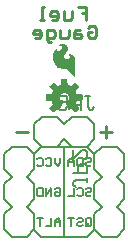
<source format=gbr>
G04 EAGLE Gerber RS-274X export*
G75*
%MOMM*%
%FSLAX34Y34*%
%LPD*%
%INSilkscreen Bottom*%
%IPPOS*%
%AMOC8*
5,1,8,0,0,1.08239X$1,22.5*%
G01*
%ADD10C,0.203200*%
%ADD11C,0.127000*%
%ADD12C,0.228600*%
%ADD13C,0.279400*%

G36*
X60120Y143656D02*
X60120Y143656D01*
X60228Y143666D01*
X60241Y143672D01*
X60255Y143674D01*
X60352Y143722D01*
X60451Y143767D01*
X60464Y143778D01*
X60473Y143782D01*
X60488Y143798D01*
X60565Y143860D01*
X63150Y146445D01*
X63213Y146534D01*
X63279Y146619D01*
X63284Y146632D01*
X63292Y146644D01*
X63323Y146747D01*
X63359Y146850D01*
X63359Y146864D01*
X63363Y146877D01*
X63359Y146985D01*
X63360Y147094D01*
X63355Y147107D01*
X63355Y147121D01*
X63317Y147223D01*
X63282Y147325D01*
X63273Y147340D01*
X63269Y147349D01*
X63255Y147366D01*
X63201Y147448D01*
X60437Y150838D01*
X60994Y151920D01*
X61000Y151940D01*
X61042Y152035D01*
X61413Y153194D01*
X65764Y153637D01*
X65868Y153665D01*
X65974Y153690D01*
X65986Y153697D01*
X65999Y153700D01*
X66089Y153761D01*
X66182Y153818D01*
X66190Y153829D01*
X66202Y153837D01*
X66268Y153923D01*
X66337Y154007D01*
X66341Y154020D01*
X66350Y154031D01*
X66384Y154134D01*
X66423Y154235D01*
X66424Y154253D01*
X66428Y154262D01*
X66428Y154284D01*
X66437Y154382D01*
X66437Y158038D01*
X66420Y158145D01*
X66406Y158253D01*
X66400Y158265D01*
X66398Y158279D01*
X66346Y158375D01*
X66299Y158472D01*
X66289Y158482D01*
X66283Y158494D01*
X66203Y158568D01*
X66127Y158645D01*
X66115Y158651D01*
X66105Y158661D01*
X66006Y158706D01*
X65909Y158754D01*
X65891Y158758D01*
X65882Y158762D01*
X65861Y158764D01*
X65764Y158783D01*
X61413Y159226D01*
X61042Y160385D01*
X61033Y160403D01*
X61031Y160410D01*
X61027Y160417D01*
X60994Y160500D01*
X60437Y161582D01*
X63201Y164972D01*
X63255Y165066D01*
X63312Y165158D01*
X63315Y165171D01*
X63322Y165183D01*
X63343Y165290D01*
X63368Y165395D01*
X63366Y165409D01*
X63369Y165423D01*
X63354Y165530D01*
X63344Y165638D01*
X63338Y165651D01*
X63336Y165665D01*
X63288Y165762D01*
X63243Y165861D01*
X63232Y165874D01*
X63228Y165883D01*
X63212Y165898D01*
X63150Y165975D01*
X60565Y168560D01*
X60476Y168623D01*
X60391Y168689D01*
X60378Y168694D01*
X60366Y168702D01*
X60263Y168733D01*
X60160Y168769D01*
X60146Y168769D01*
X60133Y168773D01*
X60025Y168769D01*
X59916Y168770D01*
X59903Y168765D01*
X59889Y168765D01*
X59787Y168727D01*
X59685Y168692D01*
X59670Y168683D01*
X59661Y168679D01*
X59644Y168665D01*
X59562Y168611D01*
X56172Y165847D01*
X55090Y166404D01*
X55070Y166410D01*
X54975Y166452D01*
X53816Y166823D01*
X53373Y171174D01*
X53345Y171278D01*
X53320Y171384D01*
X53313Y171396D01*
X53310Y171409D01*
X53249Y171499D01*
X53192Y171592D01*
X53181Y171600D01*
X53173Y171612D01*
X53087Y171678D01*
X53003Y171747D01*
X52990Y171751D01*
X52979Y171760D01*
X52876Y171794D01*
X52775Y171833D01*
X52757Y171834D01*
X52748Y171838D01*
X52726Y171838D01*
X52628Y171847D01*
X48972Y171847D01*
X48865Y171830D01*
X48757Y171816D01*
X48745Y171810D01*
X48731Y171808D01*
X48635Y171756D01*
X48538Y171709D01*
X48528Y171699D01*
X48516Y171693D01*
X48442Y171613D01*
X48365Y171537D01*
X48359Y171525D01*
X48349Y171515D01*
X48304Y171416D01*
X48256Y171319D01*
X48252Y171301D01*
X48248Y171292D01*
X48246Y171271D01*
X48227Y171174D01*
X47784Y166823D01*
X46625Y166452D01*
X46607Y166442D01*
X46510Y166404D01*
X45428Y165847D01*
X42038Y168611D01*
X41944Y168665D01*
X41852Y168722D01*
X41839Y168725D01*
X41827Y168732D01*
X41720Y168753D01*
X41615Y168778D01*
X41601Y168776D01*
X41587Y168779D01*
X41480Y168764D01*
X41372Y168754D01*
X41359Y168748D01*
X41346Y168746D01*
X41248Y168698D01*
X41149Y168653D01*
X41136Y168642D01*
X41127Y168638D01*
X41112Y168622D01*
X41035Y168560D01*
X38450Y165975D01*
X38387Y165886D01*
X38321Y165801D01*
X38316Y165788D01*
X38308Y165776D01*
X38277Y165673D01*
X38241Y165570D01*
X38241Y165556D01*
X38237Y165543D01*
X38241Y165435D01*
X38240Y165326D01*
X38245Y165313D01*
X38245Y165299D01*
X38283Y165197D01*
X38318Y165095D01*
X38327Y165080D01*
X38331Y165071D01*
X38345Y165054D01*
X38399Y164972D01*
X41163Y161582D01*
X40606Y160500D01*
X40600Y160480D01*
X40558Y160385D01*
X40187Y159226D01*
X35836Y158783D01*
X35732Y158755D01*
X35626Y158730D01*
X35614Y158723D01*
X35601Y158720D01*
X35511Y158659D01*
X35418Y158602D01*
X35410Y158591D01*
X35398Y158583D01*
X35332Y158497D01*
X35264Y158413D01*
X35259Y158400D01*
X35250Y158389D01*
X35216Y158286D01*
X35177Y158185D01*
X35176Y158167D01*
X35172Y158158D01*
X35173Y158136D01*
X35163Y158038D01*
X35163Y154382D01*
X35180Y154275D01*
X35194Y154167D01*
X35200Y154155D01*
X35202Y154141D01*
X35254Y154045D01*
X35301Y153948D01*
X35311Y153938D01*
X35317Y153926D01*
X35397Y153852D01*
X35473Y153775D01*
X35485Y153769D01*
X35496Y153759D01*
X35594Y153714D01*
X35691Y153666D01*
X35709Y153662D01*
X35718Y153658D01*
X35739Y153656D01*
X35836Y153637D01*
X40187Y153194D01*
X40558Y152035D01*
X40568Y152017D01*
X40606Y151920D01*
X41163Y150838D01*
X38399Y147448D01*
X38345Y147354D01*
X38288Y147262D01*
X38285Y147249D01*
X38278Y147237D01*
X38257Y147130D01*
X38232Y147025D01*
X38234Y147011D01*
X38231Y146997D01*
X38246Y146890D01*
X38256Y146782D01*
X38262Y146769D01*
X38264Y146756D01*
X38312Y146658D01*
X38357Y146559D01*
X38368Y146546D01*
X38372Y146537D01*
X38388Y146522D01*
X38450Y146445D01*
X41035Y143860D01*
X41124Y143797D01*
X41209Y143731D01*
X41222Y143726D01*
X41234Y143718D01*
X41337Y143687D01*
X41440Y143651D01*
X41454Y143651D01*
X41467Y143647D01*
X41575Y143651D01*
X41684Y143650D01*
X41697Y143655D01*
X41711Y143655D01*
X41813Y143693D01*
X41915Y143728D01*
X41930Y143737D01*
X41939Y143741D01*
X41956Y143755D01*
X42038Y143809D01*
X45428Y146573D01*
X46510Y146016D01*
X46563Y145999D01*
X46612Y145973D01*
X46678Y145962D01*
X46742Y145941D01*
X46798Y145942D01*
X46852Y145933D01*
X46919Y145944D01*
X46986Y145945D01*
X47038Y145963D01*
X47093Y145972D01*
X47153Y146004D01*
X47216Y146027D01*
X47259Y146061D01*
X47309Y146087D01*
X47355Y146136D01*
X47407Y146178D01*
X47438Y146225D01*
X47476Y146265D01*
X47532Y146370D01*
X47540Y146383D01*
X47541Y146388D01*
X47545Y146395D01*
X49698Y151592D01*
X49718Y151675D01*
X49723Y151688D01*
X49725Y151704D01*
X49750Y151789D01*
X49749Y151810D01*
X49754Y151830D01*
X49746Y151912D01*
X49747Y151931D01*
X49743Y151951D01*
X49739Y152032D01*
X49732Y152052D01*
X49730Y152073D01*
X49698Y152142D01*
X49692Y152169D01*
X49677Y152193D01*
X49651Y152260D01*
X49638Y152276D01*
X49629Y152295D01*
X49584Y152344D01*
X49564Y152376D01*
X49533Y152401D01*
X49495Y152447D01*
X49472Y152463D01*
X49462Y152473D01*
X49441Y152485D01*
X49376Y152530D01*
X49375Y152531D01*
X49374Y152532D01*
X48475Y153038D01*
X47788Y153682D01*
X47273Y154470D01*
X46961Y155358D01*
X46869Y156295D01*
X47002Y157227D01*
X47353Y158101D01*
X47902Y158866D01*
X48616Y159479D01*
X49456Y159904D01*
X50373Y160118D01*
X51314Y160108D01*
X52226Y159874D01*
X53056Y159431D01*
X53757Y158802D01*
X54289Y158025D01*
X54620Y157144D01*
X54733Y156209D01*
X54625Y155292D01*
X54305Y154424D01*
X53791Y153655D01*
X53112Y153028D01*
X52228Y152533D01*
X52186Y152500D01*
X52144Y152477D01*
X52113Y152444D01*
X52065Y152409D01*
X52053Y152393D01*
X52037Y152380D01*
X52002Y152325D01*
X51977Y152299D01*
X51964Y152269D01*
X51922Y152211D01*
X51916Y152192D01*
X51906Y152175D01*
X51887Y152100D01*
X51877Y152077D01*
X51874Y152053D01*
X51851Y151978D01*
X51852Y151958D01*
X51847Y151938D01*
X51854Y151852D01*
X51853Y151834D01*
X51856Y151818D01*
X51859Y151734D01*
X51867Y151709D01*
X51868Y151695D01*
X51878Y151673D01*
X51902Y151592D01*
X52831Y149349D01*
X52831Y149348D01*
X53762Y147101D01*
X53763Y147101D01*
X54055Y146395D01*
X54084Y146348D01*
X54105Y146296D01*
X54148Y146245D01*
X54184Y146188D01*
X54227Y146153D01*
X54263Y146110D01*
X54320Y146076D01*
X54372Y146033D01*
X54424Y146014D01*
X54472Y145985D01*
X54538Y145971D01*
X54601Y145947D01*
X54656Y145945D01*
X54710Y145934D01*
X54777Y145941D01*
X54844Y145939D01*
X54898Y145955D01*
X54953Y145962D01*
X55064Y146006D01*
X55078Y146010D01*
X55082Y146013D01*
X55090Y146016D01*
X56172Y146573D01*
X59562Y143809D01*
X59656Y143755D01*
X59748Y143698D01*
X59761Y143695D01*
X59773Y143688D01*
X59880Y143667D01*
X59985Y143642D01*
X59999Y143644D01*
X60013Y143641D01*
X60120Y143656D01*
G37*
G36*
X59734Y173400D02*
X59734Y173400D01*
X59776Y173415D01*
X59778Y173420D01*
X59782Y173422D01*
X59811Y173495D01*
X59815Y173506D01*
X59815Y173507D01*
X59815Y188671D01*
X59813Y188676D01*
X59815Y188682D01*
X59745Y189513D01*
X59739Y189524D01*
X59740Y189539D01*
X59500Y190338D01*
X59492Y190348D01*
X59490Y190362D01*
X59089Y191094D01*
X59079Y191102D01*
X59074Y191115D01*
X58604Y191665D01*
X58593Y191670D01*
X58586Y191682D01*
X58016Y192127D01*
X58004Y192130D01*
X57994Y192140D01*
X57346Y192461D01*
X57334Y192462D01*
X57322Y192470D01*
X56623Y192654D01*
X56612Y192653D01*
X56601Y192658D01*
X55661Y192731D01*
X55652Y192728D01*
X55641Y192731D01*
X54701Y192658D01*
X54697Y192656D01*
X54691Y192657D01*
X54208Y192581D01*
X54169Y192556D01*
X54129Y192535D01*
X54128Y192531D01*
X54125Y192529D01*
X54115Y192484D01*
X54103Y192440D01*
X54105Y192436D01*
X54104Y192432D01*
X54129Y192394D01*
X54153Y192355D01*
X54157Y192354D01*
X54159Y192351D01*
X54200Y192342D01*
X54240Y192330D01*
X54398Y192346D01*
X54536Y192318D01*
X54669Y192247D01*
X55493Y191648D01*
X55611Y191534D01*
X55683Y191396D01*
X55776Y190981D01*
X55776Y190553D01*
X55683Y190137D01*
X55477Y189733D01*
X55164Y189405D01*
X54558Y189040D01*
X53880Y188833D01*
X53169Y188798D01*
X52559Y188895D01*
X51973Y189093D01*
X51430Y189386D01*
X51005Y189751D01*
X50690Y190211D01*
X50504Y190736D01*
X50461Y191292D01*
X50563Y191840D01*
X50803Y192343D01*
X51173Y192778D01*
X51371Y192988D01*
X51966Y193619D01*
X52561Y194250D01*
X52626Y194319D01*
X52629Y194329D01*
X52638Y194335D01*
X53825Y196093D01*
X53827Y196106D01*
X53837Y196116D01*
X54117Y196804D01*
X54116Y196819D01*
X54125Y196834D01*
X54224Y197569D01*
X54220Y197584D01*
X54225Y197601D01*
X54138Y198338D01*
X54130Y198351D01*
X54130Y198369D01*
X53863Y199061D01*
X53852Y199072D01*
X53848Y199089D01*
X53417Y199692D01*
X53407Y199699D01*
X53401Y199711D01*
X52705Y200369D01*
X52697Y200372D01*
X52692Y200380D01*
X51915Y200940D01*
X51905Y200943D01*
X51897Y200951D01*
X51117Y201339D01*
X51105Y201340D01*
X51094Y201348D01*
X50254Y201579D01*
X50242Y201578D01*
X50230Y201584D01*
X49362Y201650D01*
X49352Y201646D01*
X49340Y201650D01*
X48440Y201564D01*
X48431Y201560D01*
X48421Y201561D01*
X47543Y201341D01*
X47535Y201335D01*
X47523Y201334D01*
X47295Y201233D01*
X46939Y201081D01*
X46938Y201081D01*
X46434Y200860D01*
X46424Y200849D01*
X46407Y200844D01*
X45972Y200506D01*
X45969Y200499D01*
X45961Y200495D01*
X45936Y200470D01*
X45933Y200469D01*
X45898Y200377D01*
X45939Y200288D01*
X46024Y200255D01*
X46627Y200255D01*
X47138Y200198D01*
X47628Y200059D01*
X48109Y199804D01*
X48504Y199434D01*
X48790Y198974D01*
X48947Y198455D01*
X48959Y198152D01*
X48900Y197852D01*
X48694Y197358D01*
X48411Y196900D01*
X48060Y196490D01*
X47648Y196136D01*
X46746Y195485D01*
X46258Y195236D01*
X45729Y195138D01*
X45190Y195196D01*
X45016Y195261D01*
X44655Y195509D01*
X44381Y195849D01*
X44337Y195952D01*
X44321Y196072D01*
X44321Y196952D01*
X44304Y196993D01*
X44290Y197035D01*
X44285Y197038D01*
X44283Y197043D01*
X44242Y197059D01*
X44202Y197078D01*
X44196Y197076D01*
X44191Y197078D01*
X44164Y197066D01*
X44115Y197050D01*
X42989Y196129D01*
X42983Y196117D01*
X42971Y196110D01*
X42064Y194973D01*
X42061Y194962D01*
X42052Y194954D01*
X41550Y194020D01*
X41549Y194010D01*
X41543Y194002D01*
X41185Y193005D01*
X41185Y192995D01*
X41180Y192986D01*
X40973Y191947D01*
X40975Y191937D01*
X40974Y191935D01*
X40975Y191935D01*
X40971Y191926D01*
X40911Y189998D01*
X40915Y189987D01*
X40912Y189975D01*
X41200Y188068D01*
X41206Y188058D01*
X41206Y188046D01*
X41834Y186222D01*
X41841Y186213D01*
X41843Y186201D01*
X42790Y184520D01*
X42798Y184514D01*
X42801Y184503D01*
X43686Y183396D01*
X43693Y183393D01*
X43695Y183387D01*
X43696Y183387D01*
X43698Y183383D01*
X44729Y182411D01*
X44737Y182408D01*
X44743Y182400D01*
X45900Y181583D01*
X45910Y181581D01*
X45918Y181573D01*
X47148Y180973D01*
X47159Y180972D01*
X47169Y180964D01*
X48488Y180596D01*
X48499Y180598D01*
X48510Y180592D01*
X49874Y180468D01*
X49879Y180470D01*
X49885Y180468D01*
X52160Y180468D01*
X52528Y180403D01*
X52879Y180276D01*
X53869Y179687D01*
X54723Y178905D01*
X59595Y173423D01*
X59599Y173421D01*
X59601Y173416D01*
X59643Y173400D01*
X59684Y173381D01*
X59688Y173383D01*
X59693Y173381D01*
X59734Y173400D01*
G37*
D10*
X50800Y114300D02*
X50800Y38100D01*
X50800Y114300D02*
X69850Y114300D01*
X76200Y107950D01*
X50800Y114300D02*
X31496Y114300D01*
X25146Y107950D01*
X50800Y38100D02*
X70104Y38100D01*
X76200Y44196D01*
X50800Y38100D02*
X31242Y38100D01*
X25146Y44196D01*
D11*
X47371Y100459D02*
X47371Y105035D01*
X47371Y100459D02*
X45083Y98171D01*
X42795Y100459D01*
X42795Y105035D01*
X36455Y105035D02*
X35311Y103891D01*
X36455Y105035D02*
X38743Y105035D01*
X39887Y103891D01*
X39887Y99315D01*
X38743Y98171D01*
X36455Y98171D01*
X35311Y99315D01*
X28971Y105035D02*
X27827Y103891D01*
X28971Y105035D02*
X31259Y105035D01*
X32403Y103891D01*
X32403Y99315D01*
X31259Y98171D01*
X28971Y98171D01*
X27827Y99315D01*
X43939Y79635D02*
X42795Y78491D01*
X43939Y79635D02*
X46227Y79635D01*
X47371Y78491D01*
X47371Y73915D01*
X46227Y72771D01*
X43939Y72771D01*
X42795Y73915D01*
X42795Y76203D01*
X45083Y76203D01*
X39887Y72771D02*
X39887Y79635D01*
X35311Y72771D01*
X35311Y79635D01*
X32403Y79635D02*
X32403Y72771D01*
X28971Y72771D01*
X27827Y73915D01*
X27827Y78491D01*
X28971Y79635D01*
X32403Y79635D01*
X69211Y103891D02*
X70355Y105035D01*
X72643Y105035D01*
X73787Y103891D01*
X73787Y102747D01*
X72643Y101603D01*
X70355Y101603D01*
X69211Y100459D01*
X69211Y99315D01*
X70355Y98171D01*
X72643Y98171D01*
X73787Y99315D01*
X66303Y98171D02*
X66303Y105035D01*
X66303Y98171D02*
X62871Y98171D01*
X61727Y99315D01*
X61727Y103891D01*
X62871Y105035D01*
X66303Y105035D01*
X58819Y102747D02*
X58819Y98171D01*
X58819Y102747D02*
X56531Y105035D01*
X54243Y102747D01*
X54243Y98171D01*
X54243Y101603D02*
X58819Y101603D01*
X70355Y79635D02*
X69211Y78491D01*
X70355Y79635D02*
X72643Y79635D01*
X73787Y78491D01*
X73787Y77347D01*
X72643Y76203D01*
X70355Y76203D01*
X69211Y75059D01*
X69211Y73915D01*
X70355Y72771D01*
X72643Y72771D01*
X73787Y73915D01*
X62871Y79635D02*
X61727Y78491D01*
X62871Y79635D02*
X65159Y79635D01*
X66303Y78491D01*
X66303Y73915D01*
X65159Y72771D01*
X62871Y72771D01*
X61727Y73915D01*
X58819Y72771D02*
X58819Y79635D01*
X58819Y72771D02*
X54243Y72771D01*
X47371Y51947D02*
X47371Y47371D01*
X47371Y51947D02*
X45083Y54235D01*
X42795Y51947D01*
X42795Y47371D01*
X42795Y50803D02*
X47371Y50803D01*
X39887Y54235D02*
X39887Y47371D01*
X35311Y47371D01*
X30115Y47371D02*
X30115Y54235D01*
X32403Y54235D02*
X27827Y54235D01*
X73787Y53091D02*
X73787Y48515D01*
X73787Y53091D02*
X72643Y54235D01*
X70355Y54235D01*
X69211Y53091D01*
X69211Y48515D01*
X70355Y47371D01*
X72643Y47371D01*
X73787Y48515D01*
X71499Y49659D02*
X69211Y47371D01*
X62871Y54235D02*
X61727Y53091D01*
X62871Y54235D02*
X65159Y54235D01*
X66303Y53091D01*
X66303Y51947D01*
X65159Y50803D01*
X62871Y50803D01*
X61727Y49659D01*
X61727Y48515D01*
X62871Y47371D01*
X65159Y47371D01*
X66303Y48515D01*
X56531Y47371D02*
X56531Y54235D01*
X58819Y54235D02*
X54243Y54235D01*
D12*
X68961Y222123D02*
X68961Y232546D01*
X62012Y232546D01*
X65487Y227334D02*
X68961Y227334D01*
X57267Y229072D02*
X57267Y223860D01*
X55530Y222123D01*
X50318Y222123D01*
X50318Y229072D01*
X43836Y222123D02*
X40362Y222123D01*
X43836Y222123D02*
X45573Y223860D01*
X45573Y227334D01*
X43836Y229072D01*
X40362Y229072D01*
X38624Y227334D01*
X38624Y225597D01*
X45573Y225597D01*
X33879Y232546D02*
X32142Y232546D01*
X32142Y222123D01*
X33879Y222123D02*
X30405Y222123D01*
X70902Y215315D02*
X72640Y217052D01*
X76114Y217052D01*
X77851Y215315D01*
X77851Y208366D01*
X76114Y206629D01*
X72640Y206629D01*
X70902Y208366D01*
X70902Y211840D01*
X74377Y211840D01*
X64420Y213578D02*
X60946Y213578D01*
X59208Y211840D01*
X59208Y206629D01*
X64420Y206629D01*
X66157Y208366D01*
X64420Y210103D01*
X59208Y210103D01*
X54463Y208366D02*
X54463Y213578D01*
X54463Y208366D02*
X52726Y206629D01*
X47514Y206629D01*
X47514Y213578D01*
X39295Y203155D02*
X37558Y203155D01*
X35821Y204892D01*
X35821Y213578D01*
X41032Y213578D01*
X42769Y211840D01*
X42769Y208366D01*
X41032Y206629D01*
X35821Y206629D01*
X29338Y206629D02*
X25864Y206629D01*
X29338Y206629D02*
X31075Y208366D01*
X31075Y211840D01*
X29338Y213578D01*
X25864Y213578D01*
X24127Y211840D01*
X24127Y210103D01*
X31075Y210103D01*
D13*
X81314Y127006D02*
X91313Y127006D01*
X86313Y122007D02*
X86313Y132006D01*
X20193Y127006D02*
X10194Y127006D01*
D10*
X76200Y57150D02*
X82550Y63500D01*
X76200Y57150D02*
X76200Y44450D01*
X82550Y38100D01*
X95250Y38100D02*
X101600Y44450D01*
X101600Y57150D01*
X95250Y63500D01*
X76200Y95250D02*
X76200Y107950D01*
X76200Y95250D02*
X82550Y88900D01*
X95250Y88900D02*
X101600Y95250D01*
X82550Y88900D02*
X76200Y82550D01*
X76200Y69850D01*
X82550Y63500D01*
X95250Y63500D02*
X101600Y69850D01*
X101600Y82550D01*
X95250Y88900D01*
X95250Y114300D02*
X82550Y114300D01*
X76200Y107950D01*
X95250Y114300D02*
X101600Y107950D01*
X101600Y95250D01*
X95250Y38100D02*
X82550Y38100D01*
D11*
X60454Y80615D02*
X58547Y82522D01*
X58547Y84428D01*
X60454Y86335D01*
X69987Y86335D01*
X69987Y84428D02*
X69987Y88242D01*
X69987Y92309D02*
X58547Y92309D01*
X69987Y92309D02*
X69987Y98029D01*
X68080Y99936D01*
X64267Y99936D01*
X62360Y98029D01*
X62360Y92309D01*
X58547Y104003D02*
X58547Y111629D01*
X58547Y104003D02*
X66174Y111629D01*
X68080Y111629D01*
X69987Y109723D01*
X69987Y105910D01*
X68080Y104003D01*
D10*
X6350Y63500D02*
X0Y57150D01*
X0Y44450D01*
X6350Y38100D01*
X19050Y38100D02*
X25400Y44450D01*
X25400Y57150D01*
X19050Y63500D01*
X0Y95250D02*
X0Y107950D01*
X0Y95250D02*
X6350Y88900D01*
X19050Y88900D02*
X25400Y95250D01*
X6350Y88900D02*
X0Y82550D01*
X0Y69850D01*
X6350Y63500D01*
X19050Y63500D02*
X25400Y69850D01*
X25400Y82550D01*
X19050Y88900D01*
X19050Y114300D02*
X6350Y114300D01*
X0Y107950D01*
X19050Y114300D02*
X25400Y107950D01*
X25400Y95250D01*
X19050Y38100D02*
X6350Y38100D01*
X57150Y139700D02*
X69850Y139700D01*
X57150Y139700D02*
X50800Y133350D01*
X50800Y120650D02*
X57150Y114300D01*
X50800Y133350D02*
X44450Y139700D01*
X31750Y139700D01*
X25400Y133350D01*
X25400Y120650D02*
X31750Y114300D01*
X44450Y114300D01*
X50800Y120650D01*
X76200Y120650D02*
X76200Y133350D01*
X69850Y139700D01*
X76200Y120650D02*
X69850Y114300D01*
X57150Y114300D01*
X25400Y120650D02*
X25400Y133350D01*
D11*
X74420Y145923D02*
X76327Y147830D01*
X74420Y145923D02*
X72514Y145923D01*
X70607Y147830D01*
X70607Y157363D01*
X68701Y157363D02*
X72514Y157363D01*
X64633Y157363D02*
X64633Y145923D01*
X64633Y157363D02*
X58913Y157363D01*
X57007Y155456D01*
X57007Y151643D01*
X58913Y149736D01*
X64633Y149736D01*
X52939Y157363D02*
X45313Y157363D01*
X52939Y157363D02*
X52939Y151643D01*
X49126Y153550D01*
X47219Y153550D01*
X45313Y151643D01*
X45313Y147830D01*
X47219Y145923D01*
X51032Y145923D01*
X52939Y147830D01*
M02*

</source>
